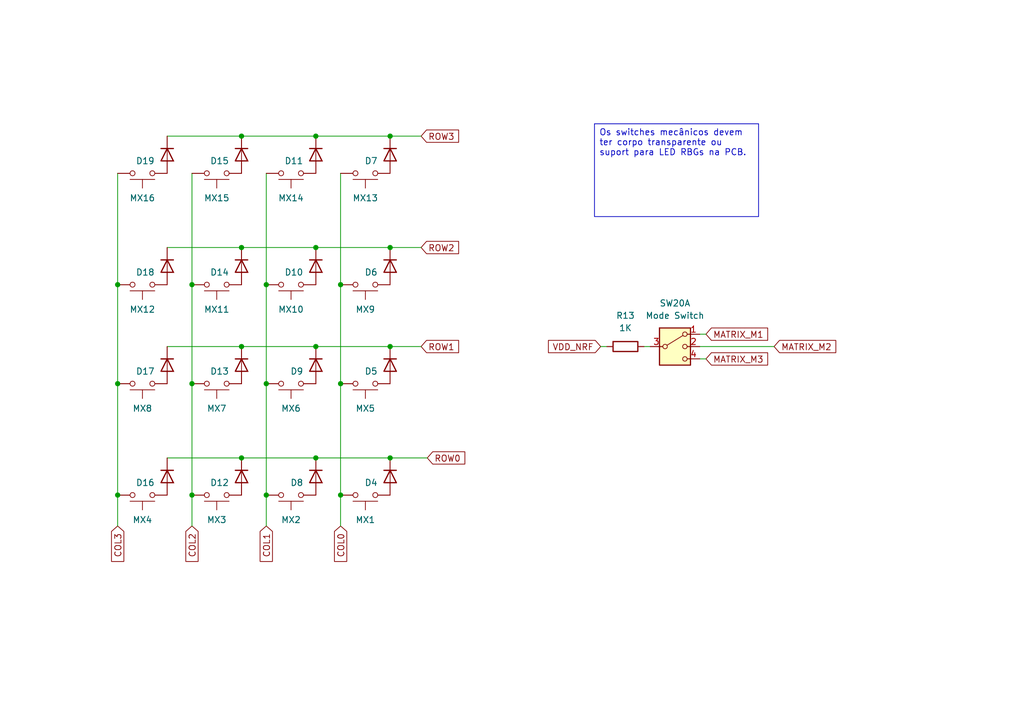
<source format=kicad_sch>
(kicad_sch (version 20231120) (generator "eeschema") (generator_version "8.0")
  (paper "A5")
  (title_block (title "EMK") (date "2024-10-10") (rev "1"))
  (lib_symbols
    (symbol "Device:D" (pin_numbers hide) (pin_names (offset 1.016) hide)
      (property "Reference" "D" (at 0 2.54 0))
      (property "Value" "D" (at 0 -2.54 0))
      (symbol "D_0_1"
        (polyline (pts (xy -1.27 1.27) (xy -1.27 -1.27)) (stroke (width 0.254)))
        (polyline (pts (xy 1.27 0) (xy -1.27 0)))
        (polyline (pts (xy 1.27 1.27) (xy 1.27 -1.27) (xy -1.27 0) (xy 1.27 1.27)) (stroke (width 0.254)))
      )
      (symbol "D_1_1"
        (pin passive line (at -3.81 0 0) (length 2.54) (name "K") (number "1"))
        (pin passive line (at 3.81 0 180) (length 2.54) (name "A") (number "2"))
      )
    )
    (symbol "Device:R" (pin_numbers hide) (pin_names (offset 0))
      (property "Reference" "R" (at 2.032 0 90))
      (property "Value" "R" (at 0 0 90))
      (symbol "R_0_1"
        (rectangle (start -1.016 -2.54) (end 1.016 2.54) (stroke (width 0.254)))
      )
      (symbol "R_1_1"
        (pin passive line (at 0 3.81 270) (length 1.27) (name "~") (number "1"))
        (pin passive line (at 0 -3.81 90) (length 1.27) (name "~") (number "2"))
      )
    )
    (symbol "Switch:SW_Push" (pin_numbers hide) (pin_names (offset 1.016) hide)
      (property "Reference" "SW" (at 1.27 2.54 0))
      (property "Value" "SW_Push" (at 0 -1.524 0))
      (symbol "SW_Push_0_1"
        (circle (center -2.032 0) (radius 0.508))
        (polyline (pts (xy 0 1.27) (xy 0 3.048)))
        (polyline (pts (xy 2.54 1.27) (xy -2.54 1.27)))
        (circle (center 2.032 0) (radius 0.508))
        (pin passive line (at -5.08 0 0) (length 2.54) (name "1") (number "1"))
        (pin passive line (at 5.08 0 180) (length 2.54) (name "2") (number "2"))
      )
    )
    (symbol "Switches:Mode Switch" (pin_names (offset 0) hide)
      (property "Reference" "SW" (at -2.54 -5.08 0))
      (property "Value" "Mode Switch" (at -2.54 -15.24 0))
      (symbol "Mode Switch_0_1"
        (rectangle (start -5.715 -6.35) (end 0.635 -13.97) (stroke (width 0.254)) (fill (type background)))
        (circle (center -4.572 -10.16) (radius 0.4572))
        (circle (center -0.508 -12.7) (radius 0.4572))
        (circle (center -0.508 -10.16) (radius 0.4572))
        (circle (center -0.508 -7.62) (radius 0.4572))
        (polyline (pts (xy -4.191 -9.906) (xy -0.889 -7.874)))
      )
      (symbol "Mode Switch_1_1"
        (pin passive line (at 2.54 -7.62 180) (length 2.54) (name "1") (number "1"))
        (pin passive line (at 2.54 -10.16 180) (length 2.54) (name "2") (number "2"))
        (pin passive line (at -7.62 -10.16 0) (length 2.54) (name "3") (number "3"))
        (pin passive line (at 2.54 -12.7 180) (length 2.54) (name "4") (number "4"))
      )
      (symbol "Mode Switch_2_1"
        (pin passive line (at 5.08 2.54 180) (length 2.54) (name "5") (number "5"))
        (pin passive line (at 5.08 0 180) (length 2.54) (name "6") (number "6"))
        (pin passive line (at -5.08 0 0) (length 2.54) (name "7") (number "7"))
        (pin passive line (at 5.08 -2.54 180) (length 2.54) (name "8") (number "8"))
      )
    )
  )
  (junction (at 64.77 71.12))
  (junction (at 54.61 58.42))
  (junction (at 69.85 78.74))
  (junction (at 39.37 101.6))
  (junction (at 80.01 27.94))
  (junction (at 64.77 93.98))
  (junction (at 49.53 71.12))
  (junction (at 39.37 78.74))
  (junction (at 49.53 27.94))
  (junction (at 69.85 58.42))
  (junction (at 80.01 93.98))
  (junction (at 49.53 93.98))
  (junction (at 69.85 101.6))
  (junction (at 24.13 58.42))
  (junction (at 64.77 50.8))
  (junction (at 64.77 27.94))
  (junction (at 39.37 58.42))
  (junction (at 80.01 50.8))
  (junction (at 24.13 78.74))
  (junction (at 54.61 101.6))
  (junction (at 80.01 71.12))
  (junction (at 49.53 50.8))
  (junction (at 24.13 101.6))
  (junction (at 54.61 78.74))
  (wire (pts (xy 132.08 71.12) (xy 133.35 71.12)))
  (wire (pts (xy 86.36 71.12) (xy 80.01 71.12)))
  (wire (pts (xy 86.36 50.8) (xy 80.01 50.8)))
  (wire (pts (xy 49.53 93.98) (xy 34.29 93.98)))
  (wire (pts (xy 49.53 27.94) (xy 34.29 27.94)))
  (wire (pts (xy 123.19 71.12) (xy 124.46 71.12)))
  (wire (pts (xy 69.85 78.74) (xy 69.85 58.42)))
  (wire (pts (xy 80.01 93.98) (xy 64.77 93.98)))
  (wire (pts (xy 64.77 50.8) (xy 49.53 50.8)))
  (wire (pts (xy 39.37 58.42) (xy 39.37 35.56)))
  (wire (pts (xy 64.77 71.12) (xy 49.53 71.12)))
  (wire (pts (xy 39.37 107.95) (xy 39.37 101.6)))
  (wire (pts (xy 86.36 27.94) (xy 80.01 27.94)))
  (wire (pts (xy 24.13 58.42) (xy 24.13 35.56)))
  (wire (pts (xy 49.53 50.8) (xy 34.29 50.8)))
  (wire (pts (xy 39.37 101.6) (xy 39.37 78.74)))
  (wire (pts (xy 69.85 107.95) (xy 69.85 101.6)))
  (wire (pts (xy 69.85 58.42) (xy 69.85 35.56)))
  (wire (pts (xy 144.78 73.66) (xy 143.51 73.66)))
  (wire (pts (xy 24.13 101.6) (xy 24.13 78.74)))
  (wire (pts (xy 80.01 71.12) (xy 64.77 71.12)))
  (wire (pts (xy 64.77 93.98) (xy 49.53 93.98)))
  (wire (pts (xy 49.53 71.12) (xy 34.29 71.12)))
  (wire (pts (xy 24.13 107.95) (xy 24.13 101.6)))
  (wire (pts (xy 54.61 58.42) (xy 54.61 35.56)))
  (wire (pts (xy 80.01 27.94) (xy 64.77 27.94)))
  (wire (pts (xy 87.63 93.98) (xy 80.01 93.98)))
  (wire (pts (xy 80.01 50.8) (xy 64.77 50.8)))
  (wire (pts (xy 158.75 71.12) (xy 143.51 71.12)))
  (wire (pts (xy 64.77 27.94) (xy 49.53 27.94)))
  (wire (pts (xy 54.61 78.74) (xy 54.61 58.42)))
  (wire (pts (xy 54.61 101.6) (xy 54.61 78.74)))
  (wire (pts (xy 144.78 68.58) (xy 143.51 68.58)))
  (wire (pts (xy 54.61 107.95) (xy 54.61 101.6)))
  (wire (pts (xy 24.13 78.74) (xy 24.13 58.42)))
  (wire (pts (xy 39.37 78.74) (xy 39.37 58.42)))
  (wire (pts (xy 69.85 101.6) (xy 69.85 78.74)))
  (text_box "Os switches mecânicos devem ter corpo transparente ou suport para LED RBGs na PCB." (at 121.92 25.4 0) (size 33.655 19.05) (effects (font (size 1.27 1.27)) (justify left top)))
  (global_label "ROW1" (shape input) (at 86.36 71.12 0) (property "Intersheetrefs" "${INTERSHEET_REFS}" (effects (hide yes))))
  (global_label "COL1" (shape input) (at 54.61 107.95 270) (property "Intersheetrefs" "${INTERSHEET_REFS}" (effects (hide yes))))
  (global_label "ROW2" (shape input) (at 86.36 50.8 0) (property "Intersheetrefs" "${INTERSHEET_REFS}" (effects (hide yes))))
  (global_label "VDD_NRF" (shape input) (at 123.19 71.12 180) (property "Intersheetrefs" "${INTERSHEET_REFS}" (effects (hide yes))))
  (global_label "ROW3" (shape input) (at 86.36 27.94 0) (property "Intersheetrefs" "${INTERSHEET_REFS}" (effects (hide yes))))
  (global_label "MATRIX_M1" (shape input) (at 144.78 68.58 0) (property "Intersheetrefs" "${INTERSHEET_REFS}" (effects (hide yes))))
  (global_label "COL0" (shape input) (at 69.85 107.95 270) (property "Intersheetrefs" "${INTERSHEET_REFS}" (effects (hide yes))))
  (global_label "MATRIX_M3" (shape input) (at 144.78 73.66 0) (property "Intersheetrefs" "${INTERSHEET_REFS}" (effects (hide yes))))
  (global_label "COL3" (shape input) (at 24.13 107.95 270) (property "Intersheetrefs" "${INTERSHEET_REFS}" (effects (hide yes))))
  (global_label "ROW0" (shape input) (at 87.63 93.98 0) (property "Intersheetrefs" "${INTERSHEET_REFS}" (effects (hide yes))))
  (global_label "COL2" (shape input) (at 39.37 107.95 270) (property "Intersheetrefs" "${INTERSHEET_REFS}" (effects (hide yes))))
  (global_label "MATRIX_M2" (shape input) (at 158.75 71.12 0) (property "Intersheetrefs" "${INTERSHEET_REFS}" (effects (hide yes))))
  (symbol (lib_id "Switch:SW_Push") (at 29.21 58.42 180) (unit 1)
    (property "Reference" "SW16" (effects (hide yes)))
    (property "Value" "MX12" (at 29.21 63.5 0))
    (property "Description" "Push button switch, generic, two pins" (effects (hide yes)))
  )
  (symbol (lib_id "Device:D") (at 80.01 74.93 270) (unit 1)
    (property "Reference" "D5" (at 77.47 76.2001 90) (effects (justify right)))
    (property "Value" "D" (effects (hide yes)))
    (property "Description" "Diode" (effects (hide yes)))
    (property "Sim.Device" "D" (effects (hide yes)))
    (property "Sim.Pins" "1=K 2=A" (effects (hide yes)))
  )
  (symbol (lib_id "Switch:SW_Push") (at 29.21 78.74 180) (unit 1)
    (property "Reference" "SW15" (effects (hide yes)))
    (property "Value" "MX8" (at 29.21 83.82 0))
    (property "Description" "Push button switch, generic, two pins" (effects (hide yes)))
  )
  (symbol (lib_id "Device:D") (at 34.29 31.75 270) (unit 1)
    (property "Reference" "D19" (at 31.75 33.0201 90) (effects (justify right)))
    (property "Value" "D" (effects (hide yes)))
    (property "Description" "Diode" (effects (hide yes)))
    (property "Sim.Device" "D" (effects (hide yes)))
    (property "Sim.Pins" "1=K 2=A" (effects (hide yes)))
  )
  (symbol (lib_id "Switch:SW_Push") (at 74.93 58.42 180) (unit 1)
    (property "Reference" "SW4" (effects (hide yes)))
    (property "Value" "MX9" (at 74.93 63.5 0))
    (property "Description" "Push button switch, generic, two pins" (effects (hide yes)))
  )
  (symbol (lib_id "Device:D") (at 64.77 31.75 270) (unit 1)
    (property "Reference" "D11" (at 62.23 33.0201 90) (effects (justify right)))
    (property "Value" "D" (effects (hide yes)))
    (property "Description" "Diode" (effects (hide yes)))
    (property "Sim.Device" "D" (effects (hide yes)))
    (property "Sim.Pins" "1=K 2=A" (effects (hide yes)))
  )
  (symbol (lib_id "Switch:SW_Push") (at 59.69 58.42 180) (unit 1)
    (property "Reference" "SW8" (effects (hide yes)))
    (property "Value" "MX10" (at 59.69 63.5 0))
    (property "Description" "Push button switch, generic, two pins" (effects (hide yes)))
  )
  (symbol (lib_id "Device:D") (at 64.77 74.93 270) (unit 1)
    (property "Reference" "D9" (at 62.23 76.2001 90) (effects (justify right)))
    (property "Value" "D" (effects (hide yes)))
    (property "Description" "Diode" (effects (hide yes)))
    (property "Sim.Device" "D" (effects (hide yes)))
    (property "Sim.Pins" "1=K 2=A" (effects (hide yes)))
  )
  (symbol (lib_id "Device:D") (at 64.77 54.61 270) (unit 1)
    (property "Reference" "D10" (at 62.23 55.8801 90) (effects (justify right)))
    (property "Value" "D" (effects (hide yes)))
    (property "Description" "Diode" (effects (hide yes)))
    (property "Sim.Device" "D" (effects (hide yes)))
    (property "Sim.Pins" "1=K 2=A" (effects (hide yes)))
  )
  (symbol (lib_id "Device:D") (at 34.29 97.79 270) (unit 1)
    (property "Reference" "D16" (at 31.75 99.0601 90) (effects (justify right)))
    (property "Value" "D" (effects (hide yes)))
    (property "Description" "Diode" (effects (hide yes)))
    (property "Sim.Device" "D" (effects (hide yes)))
    (property "Sim.Pins" "1=K 2=A" (effects (hide yes)))
  )
  (symbol (lib_id "Device:D") (at 80.01 54.61 270) (unit 1)
    (property "Reference" "D6" (at 77.47 55.8801 90) (effects (justify right)))
    (property "Value" "D" (effects (hide yes)))
    (property "Description" "Diode" (effects (hide yes)))
    (property "Sim.Device" "D" (effects (hide yes)))
    (property "Sim.Pins" "1=K 2=A" (effects (hide yes)))
  )
  (symbol (lib_id "Switch:SW_Push") (at 74.93 78.74 180) (unit 1)
    (property "Reference" "SW3" (effects (hide yes)))
    (property "Value" "MX5" (at 74.93 83.82 0))
    (property "Description" "Push button switch, generic, two pins" (effects (hide yes)))
  )
  (symbol (lib_id "Device:D") (at 49.53 31.75 270) (unit 1)
    (property "Reference" "D15" (at 46.99 33.0201 90) (effects (justify right)))
    (property "Value" "D" (effects (hide yes)))
    (property "Description" "Diode" (effects (hide yes)))
    (property "Sim.Device" "D" (effects (hide yes)))
    (property "Sim.Pins" "1=K 2=A" (effects (hide yes)))
  )
  (symbol (lib_id "Device:D") (at 80.01 97.79 270) (unit 1)
    (property "Reference" "D4" (at 77.47 99.0601 90) (effects (justify right)))
    (property "Value" "D" (effects (hide yes)))
    (property "Description" "Diode" (effects (hide yes)))
    (property "Sim.Device" "D" (effects (hide yes)))
    (property "Sim.Pins" "1=K 2=A" (effects (hide yes)))
  )
  (symbol (lib_id "Switch:SW_Push") (at 59.69 101.6 180) (unit 1)
    (property "Reference" "SW6" (effects (hide yes)))
    (property "Value" "MX2" (at 59.69 106.68 0))
    (property "Description" "Push button switch, generic, two pins" (effects (hide yes)))
  )
  (symbol (lib_id "Device:D") (at 49.53 54.61 270) (unit 1)
    (property "Reference" "D14" (at 46.99 55.8801 90) (effects (justify right)))
    (property "Value" "D" (effects (hide yes)))
    (property "Description" "Diode" (effects (hide yes)))
    (property "Sim.Device" "D" (effects (hide yes)))
    (property "Sim.Pins" "1=K 2=A" (effects (hide yes)))
  )
  (symbol (lib_id "Device:D") (at 49.53 74.93 270) (unit 1)
    (property "Reference" "D13" (at 46.99 76.2001 90) (effects (justify right)))
    (property "Value" "D" (effects (hide yes)))
    (property "Description" "Diode" (effects (hide yes)))
    (property "Sim.Device" "D" (effects (hide yes)))
    (property "Sim.Pins" "1=K 2=A" (effects (hide yes)))
  )
  (symbol (lib_id "Device:D") (at 64.77 97.79 270) (unit 1)
    (property "Reference" "D8" (at 62.23 99.0601 90) (effects (justify right)))
    (property "Value" "D" (effects (hide yes)))
    (property "Description" "Diode" (effects (hide yes)))
    (property "Sim.Device" "D" (effects (hide yes)))
    (property "Sim.Pins" "1=K 2=A" (effects (hide yes)))
  )
  (symbol (lib_id "Device:D") (at 49.53 97.79 270) (unit 1)
    (property "Reference" "D12" (at 46.99 99.0601 90) (effects (justify right)))
    (property "Value" "D" (effects (hide yes)))
    (property "Description" "Diode" (effects (hide yes)))
    (property "Sim.Device" "D" (effects (hide yes)))
    (property "Sim.Pins" "1=K 2=A" (effects (hide yes)))
  )
  (symbol (lib_id "Device:D") (at 80.01 31.75 270) (unit 1)
    (property "Reference" "D7" (at 77.47 33.0201 90) (effects (justify right)))
    (property "Value" "D" (effects (hide yes)))
    (property "Description" "Diode" (effects (hide yes)))
    (property "Sim.Device" "D" (effects (hide yes)))
    (property "Sim.Pins" "1=K 2=A" (effects (hide yes)))
  )
  (symbol (lib_id "Switch:SW_Push") (at 59.69 35.56 180) (unit 1)
    (property "Reference" "SW9" (effects (hide yes)))
    (property "Value" "MX14" (at 59.69 40.64 0))
    (property "Description" "Push button switch, generic, two pins" (effects (hide yes)))
  )
  (symbol (lib_id "Switch:SW_Push") (at 44.45 101.6 180) (unit 1)
    (property "Reference" "SW10" (effects (hide yes)))
    (property "Value" "MX3" (at 44.45 106.68 0))
    (property "Description" "Push button switch, generic, two pins" (effects (hide yes)))
  )
  (symbol (lib_id "Switch:SW_Push") (at 44.45 35.56 180) (unit 1)
    (property "Reference" "SW13" (effects (hide yes)))
    (property "Value" "MX15" (at 44.45 40.64 0))
    (property "Description" "Push button switch, generic, two pins" (effects (hide yes)))
  )
  (symbol (lib_id "Switch:SW_Push") (at 44.45 58.42 180) (unit 1)
    (property "Reference" "SW12" (effects (hide yes)))
    (property "Value" "MX11" (at 44.45 63.5 0))
    (property "Description" "Push button switch, generic, two pins" (effects (hide yes)))
  )
  (symbol (lib_id "Device:D") (at 34.29 74.93 270) (unit 1)
    (property "Reference" "D17" (at 31.75 76.2001 90) (effects (justify right)))
    (property "Value" "D" (effects (hide yes)))
    (property "Description" "Diode" (effects (hide yes)))
    (property "Sim.Device" "D" (effects (hide yes)))
    (property "Sim.Pins" "1=K 2=A" (effects (hide yes)))
  )
  (symbol (lib_id "Switch:SW_Push") (at 44.45 78.74 180) (unit 1)
    (property "Reference" "SW11" (effects (hide yes)))
    (property "Value" "MX7" (at 44.45 83.82 0))
    (property "Description" "Push button switch, generic, two pins" (effects (hide yes)))
  )
  (symbol (lib_id "Device:R") (at 128.27 71.12 90) (unit 1)
    (property "Reference" "R13" (at 128.27 64.77 90))
    (property "Value" "1K" (at 128.27 67.31 90))
    (property "Description" "Resistor" (effects (hide yes)))
  )
  (symbol (lib_id "Switch:SW_Push") (at 29.21 35.56 180) (unit 1)
    (property "Reference" "SW17" (effects (hide yes)))
    (property "Value" "MX16" (at 29.21 40.64 0))
    (property "Description" "Push button switch, generic, two pins" (effects (hide yes)))
  )
  (symbol (lib_id "Switch:SW_Push") (at 59.69 78.74 180) (unit 1)
    (property "Reference" "SW7" (effects (hide yes)))
    (property "Value" "MX6" (at 59.69 83.82 0))
    (property "Description" "Push button switch, generic, two pins" (effects (hide yes)))
  )
  (symbol (lib_id "Switches:Mode Switch") (at 140.97 60.96 0) (unit 1)
    (property "Reference" "SW20" (at 138.43 62.23 0))
    (property "Value" "Mode Switch" (at 138.43 64.77 0))
    (property "Description" "Switch, three position, dual pole triple throw, 3 position switch, SP3T" (effects (hide yes)))
  )
  (symbol (lib_id "Switch:SW_Push") (at 74.93 35.56 180) (unit 1)
    (property "Reference" "SW5" (effects (hide yes)))
    (property "Value" "MX13" (at 74.93 40.64 0))
    (property "Description" "Push button switch, generic, two pins" (effects (hide yes)))
  )
  (symbol (lib_id "Switch:SW_Push") (at 29.21 101.6 180) (unit 1)
    (property "Reference" "SW14" (effects (hide yes)))
    (property "Value" "MX4" (at 29.21 106.68 0))
    (property "Description" "Push button switch, generic, two pins" (effects (hide yes)))
  )
  (symbol (lib_id "Device:D") (at 34.29 54.61 270) (unit 1)
    (property "Reference" "D18" (at 31.75 55.8801 90) (effects (justify right)))
    (property "Value" "D" (effects (hide yes)))
    (property "Description" "Diode" (effects (hide yes)))
    (property "Sim.Device" "D" (effects (hide yes)))
    (property "Sim.Pins" "1=K 2=A" (effects (hide yes)))
  )
  (symbol (lib_id "Switch:SW_Push") (at 74.93 101.6 180) (unit 1)
    (property "Reference" "SW2" (effects (hide yes)))
    (property "Value" "MX1" (at 74.93 106.68 0))
    (property "Description" "Push button switch, generic, two pins" (effects (hide yes)))
  )
)
</source>
